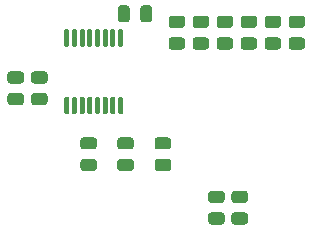
<source format=gbp>
G04 #@! TF.GenerationSoftware,KiCad,Pcbnew,(5.1.12)-1*
G04 #@! TF.CreationDate,2021-12-15T14:48:57-06:00*
G04 #@! TF.ProjectId,ctrl_board,6374726c-5f62-46f6-9172-642e6b696361,rev?*
G04 #@! TF.SameCoordinates,Original*
G04 #@! TF.FileFunction,Paste,Bot*
G04 #@! TF.FilePolarity,Positive*
%FSLAX46Y46*%
G04 Gerber Fmt 4.6, Leading zero omitted, Abs format (unit mm)*
G04 Created by KiCad (PCBNEW (5.1.12)-1) date 2021-12-15 14:48:57*
%MOMM*%
%LPD*%
G01*
G04 APERTURE LIST*
G04 APERTURE END LIST*
G36*
G01*
X215375000Y-107875000D02*
X215175000Y-107875000D01*
G75*
G02*
X215075000Y-107775000I0J100000D01*
G01*
X215075000Y-106500000D01*
G75*
G02*
X215175000Y-106400000I100000J0D01*
G01*
X215375000Y-106400000D01*
G75*
G02*
X215475000Y-106500000I0J-100000D01*
G01*
X215475000Y-107775000D01*
G75*
G02*
X215375000Y-107875000I-100000J0D01*
G01*
G37*
G36*
G01*
X214725000Y-107875000D02*
X214525000Y-107875000D01*
G75*
G02*
X214425000Y-107775000I0J100000D01*
G01*
X214425000Y-106500000D01*
G75*
G02*
X214525000Y-106400000I100000J0D01*
G01*
X214725000Y-106400000D01*
G75*
G02*
X214825000Y-106500000I0J-100000D01*
G01*
X214825000Y-107775000D01*
G75*
G02*
X214725000Y-107875000I-100000J0D01*
G01*
G37*
G36*
G01*
X214075000Y-107875000D02*
X213875000Y-107875000D01*
G75*
G02*
X213775000Y-107775000I0J100000D01*
G01*
X213775000Y-106500000D01*
G75*
G02*
X213875000Y-106400000I100000J0D01*
G01*
X214075000Y-106400000D01*
G75*
G02*
X214175000Y-106500000I0J-100000D01*
G01*
X214175000Y-107775000D01*
G75*
G02*
X214075000Y-107875000I-100000J0D01*
G01*
G37*
G36*
G01*
X213425000Y-107875000D02*
X213225000Y-107875000D01*
G75*
G02*
X213125000Y-107775000I0J100000D01*
G01*
X213125000Y-106500000D01*
G75*
G02*
X213225000Y-106400000I100000J0D01*
G01*
X213425000Y-106400000D01*
G75*
G02*
X213525000Y-106500000I0J-100000D01*
G01*
X213525000Y-107775000D01*
G75*
G02*
X213425000Y-107875000I-100000J0D01*
G01*
G37*
G36*
G01*
X212775000Y-107875000D02*
X212575000Y-107875000D01*
G75*
G02*
X212475000Y-107775000I0J100000D01*
G01*
X212475000Y-106500000D01*
G75*
G02*
X212575000Y-106400000I100000J0D01*
G01*
X212775000Y-106400000D01*
G75*
G02*
X212875000Y-106500000I0J-100000D01*
G01*
X212875000Y-107775000D01*
G75*
G02*
X212775000Y-107875000I-100000J0D01*
G01*
G37*
G36*
G01*
X212125000Y-107875000D02*
X211925000Y-107875000D01*
G75*
G02*
X211825000Y-107775000I0J100000D01*
G01*
X211825000Y-106500000D01*
G75*
G02*
X211925000Y-106400000I100000J0D01*
G01*
X212125000Y-106400000D01*
G75*
G02*
X212225000Y-106500000I0J-100000D01*
G01*
X212225000Y-107775000D01*
G75*
G02*
X212125000Y-107875000I-100000J0D01*
G01*
G37*
G36*
G01*
X211475000Y-107875000D02*
X211275000Y-107875000D01*
G75*
G02*
X211175000Y-107775000I0J100000D01*
G01*
X211175000Y-106500000D01*
G75*
G02*
X211275000Y-106400000I100000J0D01*
G01*
X211475000Y-106400000D01*
G75*
G02*
X211575000Y-106500000I0J-100000D01*
G01*
X211575000Y-107775000D01*
G75*
G02*
X211475000Y-107875000I-100000J0D01*
G01*
G37*
G36*
G01*
X210825000Y-107875000D02*
X210625000Y-107875000D01*
G75*
G02*
X210525000Y-107775000I0J100000D01*
G01*
X210525000Y-106500000D01*
G75*
G02*
X210625000Y-106400000I100000J0D01*
G01*
X210825000Y-106400000D01*
G75*
G02*
X210925000Y-106500000I0J-100000D01*
G01*
X210925000Y-107775000D01*
G75*
G02*
X210825000Y-107875000I-100000J0D01*
G01*
G37*
G36*
G01*
X210825000Y-113600000D02*
X210625000Y-113600000D01*
G75*
G02*
X210525000Y-113500000I0J100000D01*
G01*
X210525000Y-112225000D01*
G75*
G02*
X210625000Y-112125000I100000J0D01*
G01*
X210825000Y-112125000D01*
G75*
G02*
X210925000Y-112225000I0J-100000D01*
G01*
X210925000Y-113500000D01*
G75*
G02*
X210825000Y-113600000I-100000J0D01*
G01*
G37*
G36*
G01*
X211475000Y-113600000D02*
X211275000Y-113600000D01*
G75*
G02*
X211175000Y-113500000I0J100000D01*
G01*
X211175000Y-112225000D01*
G75*
G02*
X211275000Y-112125000I100000J0D01*
G01*
X211475000Y-112125000D01*
G75*
G02*
X211575000Y-112225000I0J-100000D01*
G01*
X211575000Y-113500000D01*
G75*
G02*
X211475000Y-113600000I-100000J0D01*
G01*
G37*
G36*
G01*
X212125000Y-113600000D02*
X211925000Y-113600000D01*
G75*
G02*
X211825000Y-113500000I0J100000D01*
G01*
X211825000Y-112225000D01*
G75*
G02*
X211925000Y-112125000I100000J0D01*
G01*
X212125000Y-112125000D01*
G75*
G02*
X212225000Y-112225000I0J-100000D01*
G01*
X212225000Y-113500000D01*
G75*
G02*
X212125000Y-113600000I-100000J0D01*
G01*
G37*
G36*
G01*
X212775000Y-113600000D02*
X212575000Y-113600000D01*
G75*
G02*
X212475000Y-113500000I0J100000D01*
G01*
X212475000Y-112225000D01*
G75*
G02*
X212575000Y-112125000I100000J0D01*
G01*
X212775000Y-112125000D01*
G75*
G02*
X212875000Y-112225000I0J-100000D01*
G01*
X212875000Y-113500000D01*
G75*
G02*
X212775000Y-113600000I-100000J0D01*
G01*
G37*
G36*
G01*
X213425000Y-113600000D02*
X213225000Y-113600000D01*
G75*
G02*
X213125000Y-113500000I0J100000D01*
G01*
X213125000Y-112225000D01*
G75*
G02*
X213225000Y-112125000I100000J0D01*
G01*
X213425000Y-112125000D01*
G75*
G02*
X213525000Y-112225000I0J-100000D01*
G01*
X213525000Y-113500000D01*
G75*
G02*
X213425000Y-113600000I-100000J0D01*
G01*
G37*
G36*
G01*
X214075000Y-113600000D02*
X213875000Y-113600000D01*
G75*
G02*
X213775000Y-113500000I0J100000D01*
G01*
X213775000Y-112225000D01*
G75*
G02*
X213875000Y-112125000I100000J0D01*
G01*
X214075000Y-112125000D01*
G75*
G02*
X214175000Y-112225000I0J-100000D01*
G01*
X214175000Y-113500000D01*
G75*
G02*
X214075000Y-113600000I-100000J0D01*
G01*
G37*
G36*
G01*
X214725000Y-113600000D02*
X214525000Y-113600000D01*
G75*
G02*
X214425000Y-113500000I0J100000D01*
G01*
X214425000Y-112225000D01*
G75*
G02*
X214525000Y-112125000I100000J0D01*
G01*
X214725000Y-112125000D01*
G75*
G02*
X214825000Y-112225000I0J-100000D01*
G01*
X214825000Y-113500000D01*
G75*
G02*
X214725000Y-113600000I-100000J0D01*
G01*
G37*
G36*
G01*
X215375000Y-113600000D02*
X215175000Y-113600000D01*
G75*
G02*
X215075000Y-113500000I0J100000D01*
G01*
X215075000Y-112225000D01*
G75*
G02*
X215175000Y-112125000I100000J0D01*
G01*
X215375000Y-112125000D01*
G75*
G02*
X215475000Y-112225000I0J-100000D01*
G01*
X215475000Y-113500000D01*
G75*
G02*
X215375000Y-113600000I-100000J0D01*
G01*
G37*
G36*
G01*
X227717613Y-107093000D02*
X228617617Y-107093000D01*
G75*
G02*
X228867615Y-107342998I0J-249998D01*
G01*
X228867615Y-107868002D01*
G75*
G02*
X228617617Y-108118000I-249998J0D01*
G01*
X227717613Y-108118000D01*
G75*
G02*
X227467615Y-107868002I0J249998D01*
G01*
X227467615Y-107342998D01*
G75*
G02*
X227717613Y-107093000I249998J0D01*
G01*
G37*
G36*
G01*
X227717613Y-105268000D02*
X228617617Y-105268000D01*
G75*
G02*
X228867615Y-105517998I0J-249998D01*
G01*
X228867615Y-106043002D01*
G75*
G02*
X228617617Y-106293000I-249998J0D01*
G01*
X227717613Y-106293000D01*
G75*
G02*
X227467615Y-106043002I0J249998D01*
G01*
X227467615Y-105517998D01*
G75*
G02*
X227717613Y-105268000I249998J0D01*
G01*
G37*
G36*
G01*
X229749998Y-107093000D02*
X230650002Y-107093000D01*
G75*
G02*
X230900000Y-107342998I0J-249998D01*
G01*
X230900000Y-107868002D01*
G75*
G02*
X230650002Y-108118000I-249998J0D01*
G01*
X229749998Y-108118000D01*
G75*
G02*
X229500000Y-107868002I0J249998D01*
G01*
X229500000Y-107342998D01*
G75*
G02*
X229749998Y-107093000I249998J0D01*
G01*
G37*
G36*
G01*
X229749998Y-105268000D02*
X230650002Y-105268000D01*
G75*
G02*
X230900000Y-105517998I0J-249998D01*
G01*
X230900000Y-106043002D01*
G75*
G02*
X230650002Y-106293000I-249998J0D01*
G01*
X229749998Y-106293000D01*
G75*
G02*
X229500000Y-106043002I0J249998D01*
G01*
X229500000Y-105517998D01*
G75*
G02*
X229749998Y-105268000I249998J0D01*
G01*
G37*
G36*
G01*
X222941499Y-121907000D02*
X223841503Y-121907000D01*
G75*
G02*
X224091501Y-122156998I0J-249998D01*
G01*
X224091501Y-122682002D01*
G75*
G02*
X223841503Y-122932000I-249998J0D01*
G01*
X222941499Y-122932000D01*
G75*
G02*
X222691501Y-122682002I0J249998D01*
G01*
X222691501Y-122156998D01*
G75*
G02*
X222941499Y-121907000I249998J0D01*
G01*
G37*
G36*
G01*
X222941499Y-120082000D02*
X223841503Y-120082000D01*
G75*
G02*
X224091501Y-120331998I0J-249998D01*
G01*
X224091501Y-120857002D01*
G75*
G02*
X223841503Y-121107000I-249998J0D01*
G01*
X222941499Y-121107000D01*
G75*
G02*
X222691501Y-120857002I0J249998D01*
G01*
X222691501Y-120331998D01*
G75*
G02*
X222941499Y-120082000I249998J0D01*
G01*
G37*
G36*
G01*
X224915583Y-121907000D02*
X225815587Y-121907000D01*
G75*
G02*
X226065585Y-122156998I0J-249998D01*
G01*
X226065585Y-122682002D01*
G75*
G02*
X225815587Y-122932000I-249998J0D01*
G01*
X224915583Y-122932000D01*
G75*
G02*
X224665585Y-122682002I0J249998D01*
G01*
X224665585Y-122156998D01*
G75*
G02*
X224915583Y-121907000I249998J0D01*
G01*
G37*
G36*
G01*
X224915583Y-120082000D02*
X225815587Y-120082000D01*
G75*
G02*
X226065585Y-120331998I0J-249998D01*
G01*
X226065585Y-120857002D01*
G75*
G02*
X225815587Y-121107000I-249998J0D01*
G01*
X224915583Y-121107000D01*
G75*
G02*
X224665585Y-120857002I0J249998D01*
G01*
X224665585Y-120331998D01*
G75*
G02*
X224915583Y-120082000I249998J0D01*
G01*
G37*
G36*
G01*
X205949998Y-111800000D02*
X206850002Y-111800000D01*
G75*
G02*
X207100000Y-112049998I0J-249998D01*
G01*
X207100000Y-112575002D01*
G75*
G02*
X206850002Y-112825000I-249998J0D01*
G01*
X205949998Y-112825000D01*
G75*
G02*
X205700000Y-112575002I0J249998D01*
G01*
X205700000Y-112049998D01*
G75*
G02*
X205949998Y-111800000I249998J0D01*
G01*
G37*
G36*
G01*
X205949998Y-109975000D02*
X206850002Y-109975000D01*
G75*
G02*
X207100000Y-110224998I0J-249998D01*
G01*
X207100000Y-110750002D01*
G75*
G02*
X206850002Y-111000000I-249998J0D01*
G01*
X205949998Y-111000000D01*
G75*
G02*
X205700000Y-110750002I0J249998D01*
G01*
X205700000Y-110224998D01*
G75*
G02*
X205949998Y-109975000I249998J0D01*
G01*
G37*
G36*
G01*
X208850002Y-111000000D02*
X207949998Y-111000000D01*
G75*
G02*
X207700000Y-110750002I0J249998D01*
G01*
X207700000Y-110224998D01*
G75*
G02*
X207949998Y-109975000I249998J0D01*
G01*
X208850002Y-109975000D01*
G75*
G02*
X209100000Y-110224998I0J-249998D01*
G01*
X209100000Y-110750002D01*
G75*
G02*
X208850002Y-111000000I-249998J0D01*
G01*
G37*
G36*
G01*
X208850002Y-112825000D02*
X207949998Y-112825000D01*
G75*
G02*
X207700000Y-112575002I0J249998D01*
G01*
X207700000Y-112049998D01*
G75*
G02*
X207949998Y-111800000I249998J0D01*
G01*
X208850002Y-111800000D01*
G75*
G02*
X209100000Y-112049998I0J-249998D01*
G01*
X209100000Y-112575002D01*
G75*
G02*
X208850002Y-112825000I-249998J0D01*
G01*
G37*
G36*
G01*
X216050000Y-104625000D02*
X216050000Y-105575000D01*
G75*
G02*
X215800000Y-105825000I-250000J0D01*
G01*
X215300000Y-105825000D01*
G75*
G02*
X215050000Y-105575000I0J250000D01*
G01*
X215050000Y-104625000D01*
G75*
G02*
X215300000Y-104375000I250000J0D01*
G01*
X215800000Y-104375000D01*
G75*
G02*
X216050000Y-104625000I0J-250000D01*
G01*
G37*
G36*
G01*
X217950000Y-104625000D02*
X217950000Y-105575000D01*
G75*
G02*
X217700000Y-105825000I-250000J0D01*
G01*
X217200000Y-105825000D01*
G75*
G02*
X216950000Y-105575000I0J250000D01*
G01*
X216950000Y-104625000D01*
G75*
G02*
X217200000Y-104375000I250000J0D01*
G01*
X217700000Y-104375000D01*
G75*
G02*
X217950000Y-104625000I0J-250000D01*
G01*
G37*
G36*
G01*
X213023002Y-116580000D02*
X212122998Y-116580000D01*
G75*
G02*
X211873000Y-116330002I0J249998D01*
G01*
X211873000Y-115804998D01*
G75*
G02*
X212122998Y-115555000I249998J0D01*
G01*
X213023002Y-115555000D01*
G75*
G02*
X213273000Y-115804998I0J-249998D01*
G01*
X213273000Y-116330002D01*
G75*
G02*
X213023002Y-116580000I-249998J0D01*
G01*
G37*
G36*
G01*
X213023002Y-118405000D02*
X212122998Y-118405000D01*
G75*
G02*
X211873000Y-118155002I0J249998D01*
G01*
X211873000Y-117629998D01*
G75*
G02*
X212122998Y-117380000I249998J0D01*
G01*
X213023002Y-117380000D01*
G75*
G02*
X213273000Y-117629998I0J-249998D01*
G01*
X213273000Y-118155002D01*
G75*
G02*
X213023002Y-118405000I-249998J0D01*
G01*
G37*
G36*
G01*
X216150002Y-116580000D02*
X215249998Y-116580000D01*
G75*
G02*
X215000000Y-116330002I0J249998D01*
G01*
X215000000Y-115804998D01*
G75*
G02*
X215249998Y-115555000I249998J0D01*
G01*
X216150002Y-115555000D01*
G75*
G02*
X216400000Y-115804998I0J-249998D01*
G01*
X216400000Y-116330002D01*
G75*
G02*
X216150002Y-116580000I-249998J0D01*
G01*
G37*
G36*
G01*
X216150002Y-118405000D02*
X215249998Y-118405000D01*
G75*
G02*
X215000000Y-118155002I0J249998D01*
G01*
X215000000Y-117629998D01*
G75*
G02*
X215249998Y-117380000I249998J0D01*
G01*
X216150002Y-117380000D01*
G75*
G02*
X216400000Y-117629998I0J-249998D01*
G01*
X216400000Y-118155002D01*
G75*
G02*
X216150002Y-118405000I-249998J0D01*
G01*
G37*
G36*
G01*
X219309502Y-116580000D02*
X218409498Y-116580000D01*
G75*
G02*
X218159500Y-116330002I0J249998D01*
G01*
X218159500Y-115804998D01*
G75*
G02*
X218409498Y-115555000I249998J0D01*
G01*
X219309502Y-115555000D01*
G75*
G02*
X219559500Y-115804998I0J-249998D01*
G01*
X219559500Y-116330002D01*
G75*
G02*
X219309502Y-116580000I-249998J0D01*
G01*
G37*
G36*
G01*
X219309502Y-118405000D02*
X218409498Y-118405000D01*
G75*
G02*
X218159500Y-118155002I0J249998D01*
G01*
X218159500Y-117629998D01*
G75*
G02*
X218409498Y-117380000I249998J0D01*
G01*
X219309502Y-117380000D01*
G75*
G02*
X219559500Y-117629998I0J-249998D01*
G01*
X219559500Y-118155002D01*
G75*
G02*
X219309502Y-118405000I-249998J0D01*
G01*
G37*
G36*
G01*
X225685230Y-107093000D02*
X226585234Y-107093000D01*
G75*
G02*
X226835232Y-107342998I0J-249998D01*
G01*
X226835232Y-107868002D01*
G75*
G02*
X226585234Y-108118000I-249998J0D01*
G01*
X225685230Y-108118000D01*
G75*
G02*
X225435232Y-107868002I0J249998D01*
G01*
X225435232Y-107342998D01*
G75*
G02*
X225685230Y-107093000I249998J0D01*
G01*
G37*
G36*
G01*
X225685230Y-105268000D02*
X226585234Y-105268000D01*
G75*
G02*
X226835232Y-105517998I0J-249998D01*
G01*
X226835232Y-106043002D01*
G75*
G02*
X226585234Y-106293000I-249998J0D01*
G01*
X225685230Y-106293000D01*
G75*
G02*
X225435232Y-106043002I0J249998D01*
G01*
X225435232Y-105517998D01*
G75*
G02*
X225685230Y-105268000I249998J0D01*
G01*
G37*
G36*
G01*
X223652847Y-107093000D02*
X224552851Y-107093000D01*
G75*
G02*
X224802849Y-107342998I0J-249998D01*
G01*
X224802849Y-107868002D01*
G75*
G02*
X224552851Y-108118000I-249998J0D01*
G01*
X223652847Y-108118000D01*
G75*
G02*
X223402849Y-107868002I0J249998D01*
G01*
X223402849Y-107342998D01*
G75*
G02*
X223652847Y-107093000I249998J0D01*
G01*
G37*
G36*
G01*
X223652847Y-105268000D02*
X224552851Y-105268000D01*
G75*
G02*
X224802849Y-105517998I0J-249998D01*
G01*
X224802849Y-106043002D01*
G75*
G02*
X224552851Y-106293000I-249998J0D01*
G01*
X223652847Y-106293000D01*
G75*
G02*
X223402849Y-106043002I0J249998D01*
G01*
X223402849Y-105517998D01*
G75*
G02*
X223652847Y-105268000I249998J0D01*
G01*
G37*
G36*
G01*
X221620464Y-107093000D02*
X222520468Y-107093000D01*
G75*
G02*
X222770466Y-107342998I0J-249998D01*
G01*
X222770466Y-107868002D01*
G75*
G02*
X222520468Y-108118000I-249998J0D01*
G01*
X221620464Y-108118000D01*
G75*
G02*
X221370466Y-107868002I0J249998D01*
G01*
X221370466Y-107342998D01*
G75*
G02*
X221620464Y-107093000I249998J0D01*
G01*
G37*
G36*
G01*
X221620464Y-105268000D02*
X222520468Y-105268000D01*
G75*
G02*
X222770466Y-105517998I0J-249998D01*
G01*
X222770466Y-106043002D01*
G75*
G02*
X222520468Y-106293000I-249998J0D01*
G01*
X221620464Y-106293000D01*
G75*
G02*
X221370466Y-106043002I0J249998D01*
G01*
X221370466Y-105517998D01*
G75*
G02*
X221620464Y-105268000I249998J0D01*
G01*
G37*
G36*
G01*
X219588081Y-107093000D02*
X220488085Y-107093000D01*
G75*
G02*
X220738083Y-107342998I0J-249998D01*
G01*
X220738083Y-107868002D01*
G75*
G02*
X220488085Y-108118000I-249998J0D01*
G01*
X219588081Y-108118000D01*
G75*
G02*
X219338083Y-107868002I0J249998D01*
G01*
X219338083Y-107342998D01*
G75*
G02*
X219588081Y-107093000I249998J0D01*
G01*
G37*
G36*
G01*
X219588081Y-105268000D02*
X220488085Y-105268000D01*
G75*
G02*
X220738083Y-105517998I0J-249998D01*
G01*
X220738083Y-106043002D01*
G75*
G02*
X220488085Y-106293000I-249998J0D01*
G01*
X219588081Y-106293000D01*
G75*
G02*
X219338083Y-106043002I0J249998D01*
G01*
X219338083Y-105517998D01*
G75*
G02*
X219588081Y-105268000I249998J0D01*
G01*
G37*
M02*

</source>
